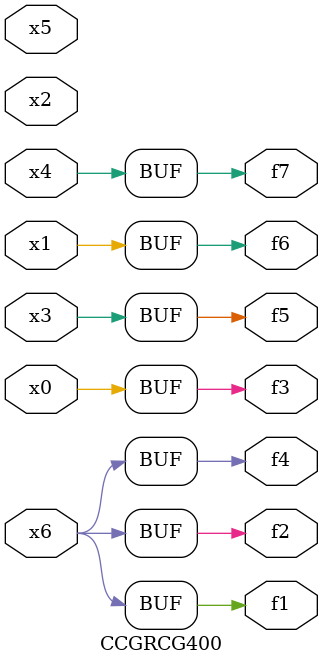
<source format=v>
module CCGRCG400(
	input x0, x1, x2, x3, x4, x5, x6,
	output f1, f2, f3, f4, f5, f6, f7
);
	assign f1 = x6;
	assign f2 = x6;
	assign f3 = x0;
	assign f4 = x6;
	assign f5 = x3;
	assign f6 = x1;
	assign f7 = x4;
endmodule

</source>
